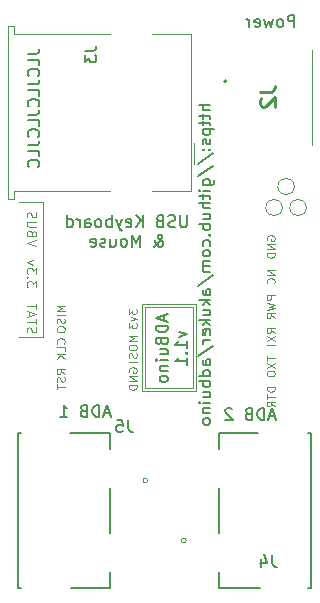
<source format=gbr>
%TF.GenerationSoftware,KiCad,Pcbnew,(5.1.9-16-g1737927814)-1*%
%TF.CreationDate,2021-10-10T21:13:45-05:00*%
%TF.ProjectId,adbuino,61646275-696e-46f2-9e6b-696361645f70,rev?*%
%TF.SameCoordinates,Original*%
%TF.FileFunction,Legend,Bot*%
%TF.FilePolarity,Positive*%
%FSLAX46Y46*%
G04 Gerber Fmt 4.6, Leading zero omitted, Abs format (unit mm)*
G04 Created by KiCad (PCBNEW (5.1.9-16-g1737927814)-1) date 2021-10-10 21:13:45*
%MOMM*%
%LPD*%
G01*
G04 APERTURE LIST*
%ADD10C,0.150000*%
%ADD11C,0.120000*%
%ADD12C,0.100000*%
%ADD13C,0.200000*%
%ADD14C,0.127000*%
%ADD15C,0.254000*%
G04 APERTURE END LIST*
D10*
X25868380Y-28654952D02*
X26582666Y-28654952D01*
X26725523Y-28607333D01*
X26820761Y-28512095D01*
X26868380Y-28369238D01*
X26868380Y-28274000D01*
X26868380Y-29607333D02*
X26868380Y-29131142D01*
X25868380Y-29131142D01*
X26773142Y-30512095D02*
X26820761Y-30464476D01*
X26868380Y-30321619D01*
X26868380Y-30226380D01*
X26820761Y-30083523D01*
X26725523Y-29988285D01*
X26630285Y-29940666D01*
X26439809Y-29893047D01*
X26296952Y-29893047D01*
X26106476Y-29940666D01*
X26011238Y-29988285D01*
X25916000Y-30083523D01*
X25868380Y-30226380D01*
X25868380Y-30321619D01*
X25916000Y-30464476D01*
X25963619Y-30512095D01*
X25868380Y-31226380D02*
X26582666Y-31226380D01*
X26725523Y-31178761D01*
X26820761Y-31083523D01*
X26868380Y-30940666D01*
X26868380Y-30845428D01*
X26868380Y-32178761D02*
X26868380Y-31702571D01*
X25868380Y-31702571D01*
X26773142Y-33083523D02*
X26820761Y-33035904D01*
X26868380Y-32893047D01*
X26868380Y-32797809D01*
X26820761Y-32654952D01*
X26725523Y-32559714D01*
X26630285Y-32512095D01*
X26439809Y-32464476D01*
X26296952Y-32464476D01*
X26106476Y-32512095D01*
X26011238Y-32559714D01*
X25916000Y-32654952D01*
X25868380Y-32797809D01*
X25868380Y-32893047D01*
X25916000Y-33035904D01*
X25963619Y-33083523D01*
X25868380Y-33797809D02*
X26582666Y-33797809D01*
X26725523Y-33750190D01*
X26820761Y-33654952D01*
X26868380Y-33512095D01*
X26868380Y-33416857D01*
X26868380Y-34750190D02*
X26868380Y-34274000D01*
X25868380Y-34274000D01*
X26773142Y-35654952D02*
X26820761Y-35607333D01*
X26868380Y-35464476D01*
X26868380Y-35369238D01*
X26820761Y-35226380D01*
X26725523Y-35131142D01*
X26630285Y-35083523D01*
X26439809Y-35035904D01*
X26296952Y-35035904D01*
X26106476Y-35083523D01*
X26011238Y-35131142D01*
X25916000Y-35226380D01*
X25868380Y-35369238D01*
X25868380Y-35464476D01*
X25916000Y-35607333D01*
X25963619Y-35654952D01*
X25868380Y-36369238D02*
X26582666Y-36369238D01*
X26725523Y-36321619D01*
X26820761Y-36226380D01*
X26868380Y-36083523D01*
X26868380Y-35988285D01*
X26868380Y-37321619D02*
X26868380Y-36845428D01*
X25868380Y-36845428D01*
X26773142Y-38226380D02*
X26820761Y-38178761D01*
X26868380Y-38035904D01*
X26868380Y-37940666D01*
X26820761Y-37797809D01*
X26725523Y-37702571D01*
X26630285Y-37654952D01*
X26439809Y-37607333D01*
X26296952Y-37607333D01*
X26106476Y-37654952D01*
X26011238Y-37702571D01*
X25916000Y-37797809D01*
X25868380Y-37940666D01*
X25868380Y-38035904D01*
X25916000Y-38178761D01*
X25963619Y-38226380D01*
D11*
X27178000Y-41148000D02*
X25146000Y-41148000D01*
X27178000Y-52578000D02*
X27178000Y-41148000D01*
X25146000Y-52578000D02*
X27178000Y-52578000D01*
D12*
X29018666Y-49954000D02*
X28318666Y-49954000D01*
X28818666Y-50187333D01*
X28318666Y-50420666D01*
X29018666Y-50420666D01*
X29018666Y-50754000D02*
X28318666Y-50754000D01*
X28985333Y-51054000D02*
X29018666Y-51154000D01*
X29018666Y-51320666D01*
X28985333Y-51387333D01*
X28952000Y-51420666D01*
X28885333Y-51454000D01*
X28818666Y-51454000D01*
X28752000Y-51420666D01*
X28718666Y-51387333D01*
X28685333Y-51320666D01*
X28652000Y-51187333D01*
X28618666Y-51120666D01*
X28585333Y-51087333D01*
X28518666Y-51054000D01*
X28452000Y-51054000D01*
X28385333Y-51087333D01*
X28352000Y-51120666D01*
X28318666Y-51187333D01*
X28318666Y-51354000D01*
X28352000Y-51454000D01*
X28318666Y-51887333D02*
X28318666Y-52020666D01*
X28352000Y-52087333D01*
X28418666Y-52154000D01*
X28552000Y-52187333D01*
X28785333Y-52187333D01*
X28918666Y-52154000D01*
X28985333Y-52087333D01*
X29018666Y-52020666D01*
X29018666Y-51887333D01*
X28985333Y-51820666D01*
X28918666Y-51754000D01*
X28785333Y-51720666D01*
X28552000Y-51720666D01*
X28418666Y-51754000D01*
X28352000Y-51820666D01*
X28318666Y-51887333D01*
X29018666Y-55750666D02*
X28685333Y-55517333D01*
X29018666Y-55350666D02*
X28318666Y-55350666D01*
X28318666Y-55617333D01*
X28352000Y-55684000D01*
X28385333Y-55717333D01*
X28452000Y-55750666D01*
X28552000Y-55750666D01*
X28618666Y-55717333D01*
X28652000Y-55684000D01*
X28685333Y-55617333D01*
X28685333Y-55350666D01*
X28985333Y-56017333D02*
X29018666Y-56117333D01*
X29018666Y-56284000D01*
X28985333Y-56350666D01*
X28952000Y-56384000D01*
X28885333Y-56417333D01*
X28818666Y-56417333D01*
X28752000Y-56384000D01*
X28718666Y-56350666D01*
X28685333Y-56284000D01*
X28652000Y-56150666D01*
X28618666Y-56084000D01*
X28585333Y-56050666D01*
X28518666Y-56017333D01*
X28452000Y-56017333D01*
X28385333Y-56050666D01*
X28352000Y-56084000D01*
X28318666Y-56150666D01*
X28318666Y-56317333D01*
X28352000Y-56417333D01*
X28318666Y-56617333D02*
X28318666Y-57017333D01*
X29018666Y-56817333D02*
X28318666Y-56817333D01*
X35114666Y-52494000D02*
X34414666Y-52494000D01*
X34914666Y-52727333D01*
X34414666Y-52960666D01*
X35114666Y-52960666D01*
X34414666Y-53427333D02*
X34414666Y-53560666D01*
X34448000Y-53627333D01*
X34514666Y-53694000D01*
X34648000Y-53727333D01*
X34881333Y-53727333D01*
X35014666Y-53694000D01*
X35081333Y-53627333D01*
X35114666Y-53560666D01*
X35114666Y-53427333D01*
X35081333Y-53360666D01*
X35014666Y-53294000D01*
X34881333Y-53260666D01*
X34648000Y-53260666D01*
X34514666Y-53294000D01*
X34448000Y-53360666D01*
X34414666Y-53427333D01*
X35081333Y-53994000D02*
X35114666Y-54094000D01*
X35114666Y-54260666D01*
X35081333Y-54327333D01*
X35048000Y-54360666D01*
X34981333Y-54394000D01*
X34914666Y-54394000D01*
X34848000Y-54360666D01*
X34814666Y-54327333D01*
X34781333Y-54260666D01*
X34748000Y-54127333D01*
X34714666Y-54060666D01*
X34681333Y-54027333D01*
X34614666Y-53994000D01*
X34548000Y-53994000D01*
X34481333Y-54027333D01*
X34448000Y-54060666D01*
X34414666Y-54127333D01*
X34414666Y-54294000D01*
X34448000Y-54394000D01*
X35114666Y-54694000D02*
X34414666Y-54694000D01*
X34414666Y-50220666D02*
X34414666Y-50654000D01*
X34681333Y-50420666D01*
X34681333Y-50520666D01*
X34714666Y-50587333D01*
X34748000Y-50620666D01*
X34814666Y-50654000D01*
X34981333Y-50654000D01*
X35048000Y-50620666D01*
X35081333Y-50587333D01*
X35114666Y-50520666D01*
X35114666Y-50320666D01*
X35081333Y-50254000D01*
X35048000Y-50220666D01*
X34648000Y-50887333D02*
X35114666Y-51054000D01*
X34648000Y-51220666D01*
X34414666Y-51420666D02*
X34414666Y-51854000D01*
X34681333Y-51620666D01*
X34681333Y-51720666D01*
X34714666Y-51787333D01*
X34748000Y-51820666D01*
X34814666Y-51854000D01*
X34981333Y-51854000D01*
X35048000Y-51820666D01*
X35081333Y-51787333D01*
X35114666Y-51720666D01*
X35114666Y-51520666D01*
X35081333Y-51454000D01*
X35048000Y-51420666D01*
X34448000Y-55600666D02*
X34414666Y-55534000D01*
X34414666Y-55434000D01*
X34448000Y-55334000D01*
X34514666Y-55267333D01*
X34581333Y-55234000D01*
X34714666Y-55200666D01*
X34814666Y-55200666D01*
X34948000Y-55234000D01*
X35014666Y-55267333D01*
X35081333Y-55334000D01*
X35114666Y-55434000D01*
X35114666Y-55500666D01*
X35081333Y-55600666D01*
X35048000Y-55634000D01*
X34814666Y-55634000D01*
X34814666Y-55500666D01*
X35114666Y-55934000D02*
X34414666Y-55934000D01*
X35114666Y-56334000D01*
X34414666Y-56334000D01*
X35114666Y-56667333D02*
X34414666Y-56667333D01*
X34414666Y-56834000D01*
X34448000Y-56934000D01*
X34514666Y-57000666D01*
X34581333Y-57034000D01*
X34714666Y-57067333D01*
X34814666Y-57067333D01*
X34948000Y-57034000D01*
X35014666Y-57000666D01*
X35081333Y-56934000D01*
X35114666Y-56834000D01*
X35114666Y-56667333D01*
X28952000Y-53177333D02*
X28985333Y-53144000D01*
X29018666Y-53044000D01*
X29018666Y-52977333D01*
X28985333Y-52877333D01*
X28918666Y-52810666D01*
X28852000Y-52777333D01*
X28718666Y-52744000D01*
X28618666Y-52744000D01*
X28485333Y-52777333D01*
X28418666Y-52810666D01*
X28352000Y-52877333D01*
X28318666Y-52977333D01*
X28318666Y-53044000D01*
X28352000Y-53144000D01*
X28385333Y-53177333D01*
X29018666Y-53810666D02*
X29018666Y-53477333D01*
X28318666Y-53477333D01*
X29018666Y-54044000D02*
X28318666Y-54044000D01*
X29018666Y-54444000D02*
X28618666Y-54144000D01*
X28318666Y-54444000D02*
X28718666Y-54044000D01*
D10*
X37441666Y-50760666D02*
X37441666Y-51236857D01*
X37727380Y-50665428D02*
X36727380Y-50998761D01*
X37727380Y-51332095D01*
X37727380Y-51665428D02*
X36727380Y-51665428D01*
X36727380Y-51903523D01*
X36775000Y-52046380D01*
X36870238Y-52141619D01*
X36965476Y-52189238D01*
X37155952Y-52236857D01*
X37298809Y-52236857D01*
X37489285Y-52189238D01*
X37584523Y-52141619D01*
X37679761Y-52046380D01*
X37727380Y-51903523D01*
X37727380Y-51665428D01*
X37203571Y-52998761D02*
X37251190Y-53141619D01*
X37298809Y-53189238D01*
X37394047Y-53236857D01*
X37536904Y-53236857D01*
X37632142Y-53189238D01*
X37679761Y-53141619D01*
X37727380Y-53046380D01*
X37727380Y-52665428D01*
X36727380Y-52665428D01*
X36727380Y-52998761D01*
X36775000Y-53094000D01*
X36822619Y-53141619D01*
X36917857Y-53189238D01*
X37013095Y-53189238D01*
X37108333Y-53141619D01*
X37155952Y-53094000D01*
X37203571Y-52998761D01*
X37203571Y-52665428D01*
X37060714Y-54094000D02*
X37727380Y-54094000D01*
X37060714Y-53665428D02*
X37584523Y-53665428D01*
X37679761Y-53713047D01*
X37727380Y-53808285D01*
X37727380Y-53951142D01*
X37679761Y-54046380D01*
X37632142Y-54094000D01*
X37727380Y-54570190D02*
X37060714Y-54570190D01*
X36727380Y-54570190D02*
X36775000Y-54522571D01*
X36822619Y-54570190D01*
X36775000Y-54617809D01*
X36727380Y-54570190D01*
X36822619Y-54570190D01*
X37060714Y-55046380D02*
X37727380Y-55046380D01*
X37155952Y-55046380D02*
X37108333Y-55094000D01*
X37060714Y-55189238D01*
X37060714Y-55332095D01*
X37108333Y-55427333D01*
X37203571Y-55474952D01*
X37727380Y-55474952D01*
X37727380Y-56094000D02*
X37679761Y-55998761D01*
X37632142Y-55951142D01*
X37536904Y-55903523D01*
X37251190Y-55903523D01*
X37155952Y-55951142D01*
X37108333Y-55998761D01*
X37060714Y-56094000D01*
X37060714Y-56236857D01*
X37108333Y-56332095D01*
X37155952Y-56379714D01*
X37251190Y-56427333D01*
X37536904Y-56427333D01*
X37632142Y-56379714D01*
X37679761Y-56332095D01*
X37727380Y-56236857D01*
X37727380Y-56094000D01*
X38710714Y-52165428D02*
X39377380Y-52403523D01*
X38710714Y-52641619D01*
X39377380Y-53546380D02*
X39377380Y-52974952D01*
X39377380Y-53260666D02*
X38377380Y-53260666D01*
X38520238Y-53165428D01*
X38615476Y-53070190D01*
X38663095Y-52974952D01*
X39282142Y-53974952D02*
X39329761Y-54022571D01*
X39377380Y-53974952D01*
X39329761Y-53927333D01*
X39282142Y-53974952D01*
X39377380Y-53974952D01*
X39377380Y-54974952D02*
X39377380Y-54403523D01*
X39377380Y-54689238D02*
X38377380Y-54689238D01*
X38520238Y-54594000D01*
X38615476Y-54498761D01*
X38663095Y-54403523D01*
D11*
X39878000Y-56896000D02*
X39878000Y-50038000D01*
X35814000Y-50038000D02*
X35814000Y-56896000D01*
X35814000Y-56896000D02*
X36068000Y-56896000D01*
X40132000Y-57150000D02*
X35560000Y-57150000D01*
X35560000Y-57150000D02*
X35560000Y-49784000D01*
X39878000Y-50038000D02*
X35814000Y-50038000D01*
X40132000Y-49784000D02*
X40132000Y-57150000D01*
X36068000Y-56896000D02*
X39878000Y-56896000D01*
X35560000Y-49784000D02*
X40132000Y-49784000D01*
D12*
X46798666Y-56858000D02*
X46098666Y-56858000D01*
X46098666Y-57024666D01*
X46132000Y-57124666D01*
X46198666Y-57191333D01*
X46265333Y-57224666D01*
X46398666Y-57258000D01*
X46498666Y-57258000D01*
X46632000Y-57224666D01*
X46698666Y-57191333D01*
X46765333Y-57124666D01*
X46798666Y-57024666D01*
X46798666Y-56858000D01*
X46098666Y-57458000D02*
X46098666Y-57858000D01*
X46798666Y-57658000D02*
X46098666Y-57658000D01*
X46798666Y-58491333D02*
X46465333Y-58258000D01*
X46798666Y-58091333D02*
X46098666Y-58091333D01*
X46098666Y-58358000D01*
X46132000Y-58424666D01*
X46165333Y-58458000D01*
X46232000Y-58491333D01*
X46332000Y-58491333D01*
X46398666Y-58458000D01*
X46432000Y-58424666D01*
X46465333Y-58358000D01*
X46465333Y-58091333D01*
X46798666Y-49104666D02*
X46098666Y-49104666D01*
X46098666Y-49371333D01*
X46132000Y-49438000D01*
X46165333Y-49471333D01*
X46232000Y-49504666D01*
X46332000Y-49504666D01*
X46398666Y-49471333D01*
X46432000Y-49438000D01*
X46465333Y-49371333D01*
X46465333Y-49104666D01*
X46098666Y-49738000D02*
X46798666Y-49904666D01*
X46298666Y-50038000D01*
X46798666Y-50171333D01*
X46098666Y-50338000D01*
X46798666Y-51004666D02*
X46465333Y-50771333D01*
X46798666Y-50604666D02*
X46098666Y-50604666D01*
X46098666Y-50871333D01*
X46132000Y-50938000D01*
X46165333Y-50971333D01*
X46232000Y-51004666D01*
X46332000Y-51004666D01*
X46398666Y-50971333D01*
X46432000Y-50938000D01*
X46465333Y-50871333D01*
X46465333Y-50604666D01*
X46132000Y-44424666D02*
X46098666Y-44358000D01*
X46098666Y-44258000D01*
X46132000Y-44158000D01*
X46198666Y-44091333D01*
X46265333Y-44058000D01*
X46398666Y-44024666D01*
X46498666Y-44024666D01*
X46632000Y-44058000D01*
X46698666Y-44091333D01*
X46765333Y-44158000D01*
X46798666Y-44258000D01*
X46798666Y-44324666D01*
X46765333Y-44424666D01*
X46732000Y-44458000D01*
X46498666Y-44458000D01*
X46498666Y-44324666D01*
X46798666Y-44758000D02*
X46098666Y-44758000D01*
X46798666Y-45158000D01*
X46098666Y-45158000D01*
X46798666Y-45491333D02*
X46098666Y-45491333D01*
X46098666Y-45658000D01*
X46132000Y-45758000D01*
X46198666Y-45824666D01*
X46265333Y-45858000D01*
X46398666Y-45891333D01*
X46498666Y-45891333D01*
X46632000Y-45858000D01*
X46698666Y-45824666D01*
X46765333Y-45758000D01*
X46798666Y-45658000D01*
X46798666Y-45491333D01*
X46798666Y-46948000D02*
X46098666Y-46948000D01*
X46798666Y-47348000D01*
X46098666Y-47348000D01*
X46732000Y-48081333D02*
X46765333Y-48048000D01*
X46798666Y-47948000D01*
X46798666Y-47881333D01*
X46765333Y-47781333D01*
X46698666Y-47714666D01*
X46632000Y-47681333D01*
X46498666Y-47648000D01*
X46398666Y-47648000D01*
X46265333Y-47681333D01*
X46198666Y-47714666D01*
X46132000Y-47781333D01*
X46098666Y-47881333D01*
X46098666Y-47948000D01*
X46132000Y-48048000D01*
X46165333Y-48081333D01*
X46798666Y-52294666D02*
X46465333Y-52061333D01*
X46798666Y-51894666D02*
X46098666Y-51894666D01*
X46098666Y-52161333D01*
X46132000Y-52228000D01*
X46165333Y-52261333D01*
X46232000Y-52294666D01*
X46332000Y-52294666D01*
X46398666Y-52261333D01*
X46432000Y-52228000D01*
X46465333Y-52161333D01*
X46465333Y-51894666D01*
X46098666Y-52528000D02*
X46798666Y-52994666D01*
X46098666Y-52994666D02*
X46798666Y-52528000D01*
X46798666Y-53261333D02*
X46098666Y-53261333D01*
X46098666Y-54218000D02*
X46098666Y-54618000D01*
X46798666Y-54418000D02*
X46098666Y-54418000D01*
X46098666Y-54784666D02*
X46798666Y-55251333D01*
X46098666Y-55251333D02*
X46798666Y-54784666D01*
X46098666Y-55651333D02*
X46098666Y-55784666D01*
X46132000Y-55851333D01*
X46198666Y-55918000D01*
X46332000Y-55951333D01*
X46565333Y-55951333D01*
X46698666Y-55918000D01*
X46765333Y-55851333D01*
X46798666Y-55784666D01*
X46798666Y-55651333D01*
X46765333Y-55584666D01*
X46698666Y-55518000D01*
X46565333Y-55484666D01*
X46332000Y-55484666D01*
X46198666Y-55518000D01*
X46132000Y-55584666D01*
X46098666Y-55651333D01*
D10*
X46799238Y-59348666D02*
X46323047Y-59348666D01*
X46894476Y-59634380D02*
X46561142Y-58634380D01*
X46227809Y-59634380D01*
X45894476Y-59634380D02*
X45894476Y-58634380D01*
X45656380Y-58634380D01*
X45513523Y-58682000D01*
X45418285Y-58777238D01*
X45370666Y-58872476D01*
X45323047Y-59062952D01*
X45323047Y-59205809D01*
X45370666Y-59396285D01*
X45418285Y-59491523D01*
X45513523Y-59586761D01*
X45656380Y-59634380D01*
X45894476Y-59634380D01*
X44561142Y-59110571D02*
X44418285Y-59158190D01*
X44370666Y-59205809D01*
X44323047Y-59301047D01*
X44323047Y-59443904D01*
X44370666Y-59539142D01*
X44418285Y-59586761D01*
X44513523Y-59634380D01*
X44894476Y-59634380D01*
X44894476Y-58634380D01*
X44561142Y-58634380D01*
X44465904Y-58682000D01*
X44418285Y-58729619D01*
X44370666Y-58824857D01*
X44370666Y-58920095D01*
X44418285Y-59015333D01*
X44465904Y-59062952D01*
X44561142Y-59110571D01*
X44894476Y-59110571D01*
X43180190Y-58729619D02*
X43132571Y-58682000D01*
X43037333Y-58634380D01*
X42799238Y-58634380D01*
X42704000Y-58682000D01*
X42656380Y-58729619D01*
X42608761Y-58824857D01*
X42608761Y-58920095D01*
X42656380Y-59062952D01*
X43227809Y-59634380D01*
X42608761Y-59634380D01*
X32829238Y-59094666D02*
X32353047Y-59094666D01*
X32924476Y-59380380D02*
X32591142Y-58380380D01*
X32257809Y-59380380D01*
X31924476Y-59380380D02*
X31924476Y-58380380D01*
X31686380Y-58380380D01*
X31543523Y-58428000D01*
X31448285Y-58523238D01*
X31400666Y-58618476D01*
X31353047Y-58808952D01*
X31353047Y-58951809D01*
X31400666Y-59142285D01*
X31448285Y-59237523D01*
X31543523Y-59332761D01*
X31686380Y-59380380D01*
X31924476Y-59380380D01*
X30591142Y-58856571D02*
X30448285Y-58904190D01*
X30400666Y-58951809D01*
X30353047Y-59047047D01*
X30353047Y-59189904D01*
X30400666Y-59285142D01*
X30448285Y-59332761D01*
X30543523Y-59380380D01*
X30924476Y-59380380D01*
X30924476Y-58380380D01*
X30591142Y-58380380D01*
X30495904Y-58428000D01*
X30448285Y-58475619D01*
X30400666Y-58570857D01*
X30400666Y-58666095D01*
X30448285Y-58761333D01*
X30495904Y-58808952D01*
X30591142Y-58856571D01*
X30924476Y-58856571D01*
X28638761Y-59380380D02*
X29210190Y-59380380D01*
X28924476Y-59380380D02*
X28924476Y-58380380D01*
X29019714Y-58523238D01*
X29114952Y-58618476D01*
X29210190Y-58666095D01*
X48458190Y-26360380D02*
X48458190Y-25360380D01*
X48077238Y-25360380D01*
X47982000Y-25408000D01*
X47934380Y-25455619D01*
X47886761Y-25550857D01*
X47886761Y-25693714D01*
X47934380Y-25788952D01*
X47982000Y-25836571D01*
X48077238Y-25884190D01*
X48458190Y-25884190D01*
X47315333Y-26360380D02*
X47410571Y-26312761D01*
X47458190Y-26265142D01*
X47505809Y-26169904D01*
X47505809Y-25884190D01*
X47458190Y-25788952D01*
X47410571Y-25741333D01*
X47315333Y-25693714D01*
X47172476Y-25693714D01*
X47077238Y-25741333D01*
X47029619Y-25788952D01*
X46982000Y-25884190D01*
X46982000Y-26169904D01*
X47029619Y-26265142D01*
X47077238Y-26312761D01*
X47172476Y-26360380D01*
X47315333Y-26360380D01*
X46648666Y-25693714D02*
X46458190Y-26360380D01*
X46267714Y-25884190D01*
X46077238Y-26360380D01*
X45886761Y-25693714D01*
X45124857Y-26312761D02*
X45220095Y-26360380D01*
X45410571Y-26360380D01*
X45505809Y-26312761D01*
X45553428Y-26217523D01*
X45553428Y-25836571D01*
X45505809Y-25741333D01*
X45410571Y-25693714D01*
X45220095Y-25693714D01*
X45124857Y-25741333D01*
X45077238Y-25836571D01*
X45077238Y-25931809D01*
X45553428Y-26027047D01*
X44648666Y-26360380D02*
X44648666Y-25693714D01*
X44648666Y-25884190D02*
X44601047Y-25788952D01*
X44553428Y-25741333D01*
X44458190Y-25693714D01*
X44362952Y-25693714D01*
X39361428Y-42315380D02*
X39361428Y-43124904D01*
X39313809Y-43220142D01*
X39266190Y-43267761D01*
X39170952Y-43315380D01*
X38980476Y-43315380D01*
X38885238Y-43267761D01*
X38837619Y-43220142D01*
X38790000Y-43124904D01*
X38790000Y-42315380D01*
X38361428Y-43267761D02*
X38218571Y-43315380D01*
X37980476Y-43315380D01*
X37885238Y-43267761D01*
X37837619Y-43220142D01*
X37790000Y-43124904D01*
X37790000Y-43029666D01*
X37837619Y-42934428D01*
X37885238Y-42886809D01*
X37980476Y-42839190D01*
X38170952Y-42791571D01*
X38266190Y-42743952D01*
X38313809Y-42696333D01*
X38361428Y-42601095D01*
X38361428Y-42505857D01*
X38313809Y-42410619D01*
X38266190Y-42363000D01*
X38170952Y-42315380D01*
X37932857Y-42315380D01*
X37790000Y-42363000D01*
X37028095Y-42791571D02*
X36885238Y-42839190D01*
X36837619Y-42886809D01*
X36790000Y-42982047D01*
X36790000Y-43124904D01*
X36837619Y-43220142D01*
X36885238Y-43267761D01*
X36980476Y-43315380D01*
X37361428Y-43315380D01*
X37361428Y-42315380D01*
X37028095Y-42315380D01*
X36932857Y-42363000D01*
X36885238Y-42410619D01*
X36837619Y-42505857D01*
X36837619Y-42601095D01*
X36885238Y-42696333D01*
X36932857Y-42743952D01*
X37028095Y-42791571D01*
X37361428Y-42791571D01*
X35599523Y-43315380D02*
X35599523Y-42315380D01*
X35028095Y-43315380D02*
X35456666Y-42743952D01*
X35028095Y-42315380D02*
X35599523Y-42886809D01*
X34218571Y-43267761D02*
X34313809Y-43315380D01*
X34504285Y-43315380D01*
X34599523Y-43267761D01*
X34647142Y-43172523D01*
X34647142Y-42791571D01*
X34599523Y-42696333D01*
X34504285Y-42648714D01*
X34313809Y-42648714D01*
X34218571Y-42696333D01*
X34170952Y-42791571D01*
X34170952Y-42886809D01*
X34647142Y-42982047D01*
X33837619Y-42648714D02*
X33599523Y-43315380D01*
X33361428Y-42648714D02*
X33599523Y-43315380D01*
X33694761Y-43553476D01*
X33742380Y-43601095D01*
X33837619Y-43648714D01*
X32980476Y-43315380D02*
X32980476Y-42315380D01*
X32980476Y-42696333D02*
X32885238Y-42648714D01*
X32694761Y-42648714D01*
X32599523Y-42696333D01*
X32551904Y-42743952D01*
X32504285Y-42839190D01*
X32504285Y-43124904D01*
X32551904Y-43220142D01*
X32599523Y-43267761D01*
X32694761Y-43315380D01*
X32885238Y-43315380D01*
X32980476Y-43267761D01*
X31932857Y-43315380D02*
X32028095Y-43267761D01*
X32075714Y-43220142D01*
X32123333Y-43124904D01*
X32123333Y-42839190D01*
X32075714Y-42743952D01*
X32028095Y-42696333D01*
X31932857Y-42648714D01*
X31790000Y-42648714D01*
X31694761Y-42696333D01*
X31647142Y-42743952D01*
X31599523Y-42839190D01*
X31599523Y-43124904D01*
X31647142Y-43220142D01*
X31694761Y-43267761D01*
X31790000Y-43315380D01*
X31932857Y-43315380D01*
X30742380Y-43315380D02*
X30742380Y-42791571D01*
X30790000Y-42696333D01*
X30885238Y-42648714D01*
X31075714Y-42648714D01*
X31170952Y-42696333D01*
X30742380Y-43267761D02*
X30837619Y-43315380D01*
X31075714Y-43315380D01*
X31170952Y-43267761D01*
X31218571Y-43172523D01*
X31218571Y-43077285D01*
X31170952Y-42982047D01*
X31075714Y-42934428D01*
X30837619Y-42934428D01*
X30742380Y-42886809D01*
X30266190Y-43315380D02*
X30266190Y-42648714D01*
X30266190Y-42839190D02*
X30218571Y-42743952D01*
X30170952Y-42696333D01*
X30075714Y-42648714D01*
X29980476Y-42648714D01*
X29218571Y-43315380D02*
X29218571Y-42315380D01*
X29218571Y-43267761D02*
X29313809Y-43315380D01*
X29504285Y-43315380D01*
X29599523Y-43267761D01*
X29647142Y-43220142D01*
X29694761Y-43124904D01*
X29694761Y-42839190D01*
X29647142Y-42743952D01*
X29599523Y-42696333D01*
X29504285Y-42648714D01*
X29313809Y-42648714D01*
X29218571Y-42696333D01*
X36551904Y-44965380D02*
X36599523Y-44965380D01*
X36694761Y-44917761D01*
X36837619Y-44774904D01*
X37075714Y-44489190D01*
X37170952Y-44346333D01*
X37218571Y-44203476D01*
X37218571Y-44108238D01*
X37170952Y-44013000D01*
X37075714Y-43965380D01*
X37028095Y-43965380D01*
X36932857Y-44013000D01*
X36885238Y-44108238D01*
X36885238Y-44155857D01*
X36932857Y-44251095D01*
X36980476Y-44298714D01*
X37266190Y-44489190D01*
X37313809Y-44536809D01*
X37361428Y-44632047D01*
X37361428Y-44774904D01*
X37313809Y-44870142D01*
X37266190Y-44917761D01*
X37170952Y-44965380D01*
X37028095Y-44965380D01*
X36932857Y-44917761D01*
X36885238Y-44870142D01*
X36742380Y-44679666D01*
X36694761Y-44536809D01*
X36694761Y-44441571D01*
X35361428Y-44965380D02*
X35361428Y-43965380D01*
X35028095Y-44679666D01*
X34694761Y-43965380D01*
X34694761Y-44965380D01*
X34075714Y-44965380D02*
X34170952Y-44917761D01*
X34218571Y-44870142D01*
X34266190Y-44774904D01*
X34266190Y-44489190D01*
X34218571Y-44393952D01*
X34170952Y-44346333D01*
X34075714Y-44298714D01*
X33932857Y-44298714D01*
X33837619Y-44346333D01*
X33790000Y-44393952D01*
X33742380Y-44489190D01*
X33742380Y-44774904D01*
X33790000Y-44870142D01*
X33837619Y-44917761D01*
X33932857Y-44965380D01*
X34075714Y-44965380D01*
X32885238Y-44298714D02*
X32885238Y-44965380D01*
X33313809Y-44298714D02*
X33313809Y-44822523D01*
X33266190Y-44917761D01*
X33170952Y-44965380D01*
X33028095Y-44965380D01*
X32932857Y-44917761D01*
X32885238Y-44870142D01*
X32456666Y-44917761D02*
X32361428Y-44965380D01*
X32170952Y-44965380D01*
X32075714Y-44917761D01*
X32028095Y-44822523D01*
X32028095Y-44774904D01*
X32075714Y-44679666D01*
X32170952Y-44632047D01*
X32313809Y-44632047D01*
X32409047Y-44584428D01*
X32456666Y-44489190D01*
X32456666Y-44441571D01*
X32409047Y-44346333D01*
X32313809Y-44298714D01*
X32170952Y-44298714D01*
X32075714Y-44346333D01*
X31218571Y-44917761D02*
X31313809Y-44965380D01*
X31504285Y-44965380D01*
X31599523Y-44917761D01*
X31647142Y-44822523D01*
X31647142Y-44441571D01*
X31599523Y-44346333D01*
X31504285Y-44298714D01*
X31313809Y-44298714D01*
X31218571Y-44346333D01*
X31170952Y-44441571D01*
X31170952Y-44536809D01*
X31647142Y-44632047D01*
D12*
X25838190Y-52234952D02*
X25800095Y-52120666D01*
X25800095Y-51930190D01*
X25838190Y-51854000D01*
X25876285Y-51815904D01*
X25952476Y-51777809D01*
X26028666Y-51777809D01*
X26104857Y-51815904D01*
X26142952Y-51854000D01*
X26181047Y-51930190D01*
X26219142Y-52082571D01*
X26257238Y-52158761D01*
X26295333Y-52196857D01*
X26371523Y-52234952D01*
X26447714Y-52234952D01*
X26523904Y-52196857D01*
X26562000Y-52158761D01*
X26600095Y-52082571D01*
X26600095Y-51892095D01*
X26562000Y-51777809D01*
X26600095Y-51549238D02*
X26600095Y-51092095D01*
X25800095Y-51320666D02*
X26600095Y-51320666D01*
X26028666Y-50863523D02*
X26028666Y-50482571D01*
X25800095Y-50939714D02*
X26600095Y-50673047D01*
X25800095Y-50406380D01*
X26600095Y-50254000D02*
X26600095Y-49796857D01*
X25800095Y-50025428D02*
X26600095Y-50025428D01*
X26600095Y-48386857D02*
X26600095Y-47891619D01*
X26295333Y-48158285D01*
X26295333Y-48044000D01*
X26257238Y-47967809D01*
X26219142Y-47929714D01*
X26142952Y-47891619D01*
X25952476Y-47891619D01*
X25876285Y-47929714D01*
X25838190Y-47967809D01*
X25800095Y-48044000D01*
X25800095Y-48272571D01*
X25838190Y-48348761D01*
X25876285Y-48386857D01*
X25876285Y-47548761D02*
X25838190Y-47510666D01*
X25800095Y-47548761D01*
X25838190Y-47586857D01*
X25876285Y-47548761D01*
X25800095Y-47548761D01*
X26600095Y-47244000D02*
X26600095Y-46748761D01*
X26295333Y-47015428D01*
X26295333Y-46901142D01*
X26257238Y-46824952D01*
X26219142Y-46786857D01*
X26142952Y-46748761D01*
X25952476Y-46748761D01*
X25876285Y-46786857D01*
X25838190Y-46824952D01*
X25800095Y-46901142D01*
X25800095Y-47129714D01*
X25838190Y-47205904D01*
X25876285Y-47244000D01*
X26333428Y-46482095D02*
X25800095Y-46291619D01*
X26333428Y-46101142D01*
X26600095Y-44900666D02*
X25800095Y-44634000D01*
X26600095Y-44367333D01*
X26219142Y-43834000D02*
X26181047Y-43719714D01*
X26142952Y-43681619D01*
X26066761Y-43643523D01*
X25952476Y-43643523D01*
X25876285Y-43681619D01*
X25838190Y-43719714D01*
X25800095Y-43795904D01*
X25800095Y-44100666D01*
X26600095Y-44100666D01*
X26600095Y-43834000D01*
X26562000Y-43757809D01*
X26523904Y-43719714D01*
X26447714Y-43681619D01*
X26371523Y-43681619D01*
X26295333Y-43719714D01*
X26257238Y-43757809D01*
X26219142Y-43834000D01*
X26219142Y-44100666D01*
X26600095Y-43300666D02*
X25952476Y-43300666D01*
X25876285Y-43262571D01*
X25838190Y-43224476D01*
X25800095Y-43148285D01*
X25800095Y-42995904D01*
X25838190Y-42919714D01*
X25876285Y-42881619D01*
X25952476Y-42843523D01*
X26600095Y-42843523D01*
X25838190Y-42500666D02*
X25800095Y-42386380D01*
X25800095Y-42195904D01*
X25838190Y-42119714D01*
X25876285Y-42081619D01*
X25952476Y-42043523D01*
X26028666Y-42043523D01*
X26104857Y-42081619D01*
X26142952Y-42119714D01*
X26181047Y-42195904D01*
X26219142Y-42348285D01*
X26257238Y-42424476D01*
X26295333Y-42462571D01*
X26371523Y-42500666D01*
X26447714Y-42500666D01*
X26523904Y-42462571D01*
X26562000Y-42424476D01*
X26600095Y-42348285D01*
X26600095Y-42157809D01*
X26562000Y-42043523D01*
D10*
X41346380Y-32982000D02*
X40346380Y-32982000D01*
X41346380Y-33410571D02*
X40822571Y-33410571D01*
X40727333Y-33362952D01*
X40679714Y-33267714D01*
X40679714Y-33124857D01*
X40727333Y-33029619D01*
X40774952Y-32982000D01*
X40679714Y-33743904D02*
X40679714Y-34124857D01*
X40346380Y-33886761D02*
X41203523Y-33886761D01*
X41298761Y-33934380D01*
X41346380Y-34029619D01*
X41346380Y-34124857D01*
X40679714Y-34315333D02*
X40679714Y-34696285D01*
X40346380Y-34458190D02*
X41203523Y-34458190D01*
X41298761Y-34505809D01*
X41346380Y-34601047D01*
X41346380Y-34696285D01*
X40679714Y-35029619D02*
X41679714Y-35029619D01*
X40727333Y-35029619D02*
X40679714Y-35124857D01*
X40679714Y-35315333D01*
X40727333Y-35410571D01*
X40774952Y-35458190D01*
X40870190Y-35505809D01*
X41155904Y-35505809D01*
X41251142Y-35458190D01*
X41298761Y-35410571D01*
X41346380Y-35315333D01*
X41346380Y-35124857D01*
X41298761Y-35029619D01*
X41298761Y-35886761D02*
X41346380Y-35981999D01*
X41346380Y-36172476D01*
X41298761Y-36267714D01*
X41203523Y-36315333D01*
X41155904Y-36315333D01*
X41060666Y-36267714D01*
X41013047Y-36172476D01*
X41013047Y-36029619D01*
X40965428Y-35934380D01*
X40870190Y-35886761D01*
X40822571Y-35886761D01*
X40727333Y-35934380D01*
X40679714Y-36029619D01*
X40679714Y-36172476D01*
X40727333Y-36267714D01*
X41251142Y-36743904D02*
X41298761Y-36791523D01*
X41346380Y-36743904D01*
X41298761Y-36696285D01*
X41251142Y-36743904D01*
X41346380Y-36743904D01*
X40727333Y-36743904D02*
X40774952Y-36791523D01*
X40822571Y-36743904D01*
X40774952Y-36696285D01*
X40727333Y-36743904D01*
X40822571Y-36743904D01*
X40298761Y-37934380D02*
X41584476Y-37077238D01*
X40298761Y-38981999D02*
X41584476Y-38124857D01*
X40679714Y-39743904D02*
X41489238Y-39743904D01*
X41584476Y-39696285D01*
X41632095Y-39648666D01*
X41679714Y-39553428D01*
X41679714Y-39410571D01*
X41632095Y-39315333D01*
X41298761Y-39743904D02*
X41346380Y-39648666D01*
X41346380Y-39458190D01*
X41298761Y-39362952D01*
X41251142Y-39315333D01*
X41155904Y-39267714D01*
X40870190Y-39267714D01*
X40774952Y-39315333D01*
X40727333Y-39362952D01*
X40679714Y-39458190D01*
X40679714Y-39648666D01*
X40727333Y-39743904D01*
X41346380Y-40220095D02*
X40679714Y-40220095D01*
X40346380Y-40220095D02*
X40394000Y-40172476D01*
X40441619Y-40220095D01*
X40394000Y-40267714D01*
X40346380Y-40220095D01*
X40441619Y-40220095D01*
X40679714Y-40553428D02*
X40679714Y-40934380D01*
X40346380Y-40696285D02*
X41203523Y-40696285D01*
X41298761Y-40743904D01*
X41346380Y-40839142D01*
X41346380Y-40934380D01*
X41346380Y-41267714D02*
X40346380Y-41267714D01*
X41346380Y-41696285D02*
X40822571Y-41696285D01*
X40727333Y-41648666D01*
X40679714Y-41553428D01*
X40679714Y-41410571D01*
X40727333Y-41315333D01*
X40774952Y-41267714D01*
X40679714Y-42601047D02*
X41346380Y-42601047D01*
X40679714Y-42172476D02*
X41203523Y-42172476D01*
X41298761Y-42220095D01*
X41346380Y-42315333D01*
X41346380Y-42458190D01*
X41298761Y-42553428D01*
X41251142Y-42601047D01*
X41346380Y-43077238D02*
X40346380Y-43077238D01*
X40727333Y-43077238D02*
X40679714Y-43172476D01*
X40679714Y-43362952D01*
X40727333Y-43458190D01*
X40774952Y-43505809D01*
X40870190Y-43553428D01*
X41155904Y-43553428D01*
X41251142Y-43505809D01*
X41298761Y-43458190D01*
X41346380Y-43362952D01*
X41346380Y-43172476D01*
X41298761Y-43077238D01*
X41251142Y-43981999D02*
X41298761Y-44029619D01*
X41346380Y-43981999D01*
X41298761Y-43934380D01*
X41251142Y-43981999D01*
X41346380Y-43981999D01*
X41298761Y-44886761D02*
X41346380Y-44791523D01*
X41346380Y-44601047D01*
X41298761Y-44505809D01*
X41251142Y-44458190D01*
X41155904Y-44410571D01*
X40870190Y-44410571D01*
X40774952Y-44458190D01*
X40727333Y-44505809D01*
X40679714Y-44601047D01*
X40679714Y-44791523D01*
X40727333Y-44886761D01*
X41346380Y-45458190D02*
X41298761Y-45362952D01*
X41251142Y-45315333D01*
X41155904Y-45267714D01*
X40870190Y-45267714D01*
X40774952Y-45315333D01*
X40727333Y-45362952D01*
X40679714Y-45458190D01*
X40679714Y-45601047D01*
X40727333Y-45696285D01*
X40774952Y-45743904D01*
X40870190Y-45791523D01*
X41155904Y-45791523D01*
X41251142Y-45743904D01*
X41298761Y-45696285D01*
X41346380Y-45601047D01*
X41346380Y-45458190D01*
X41346380Y-46220095D02*
X40679714Y-46220095D01*
X40774952Y-46220095D02*
X40727333Y-46267714D01*
X40679714Y-46362952D01*
X40679714Y-46505809D01*
X40727333Y-46601047D01*
X40822571Y-46648666D01*
X41346380Y-46648666D01*
X40822571Y-46648666D02*
X40727333Y-46696285D01*
X40679714Y-46791523D01*
X40679714Y-46934380D01*
X40727333Y-47029619D01*
X40822571Y-47077238D01*
X41346380Y-47077238D01*
X40298761Y-48267714D02*
X41584476Y-47410571D01*
X41346380Y-49029619D02*
X40822571Y-49029619D01*
X40727333Y-48981999D01*
X40679714Y-48886761D01*
X40679714Y-48696285D01*
X40727333Y-48601047D01*
X41298761Y-49029619D02*
X41346380Y-48934380D01*
X41346380Y-48696285D01*
X41298761Y-48601047D01*
X41203523Y-48553428D01*
X41108285Y-48553428D01*
X41013047Y-48601047D01*
X40965428Y-48696285D01*
X40965428Y-48934380D01*
X40917809Y-49029619D01*
X41346380Y-49505809D02*
X40346380Y-49505809D01*
X40965428Y-49601047D02*
X41346380Y-49886761D01*
X40679714Y-49886761D02*
X41060666Y-49505809D01*
X40679714Y-50743904D02*
X41346380Y-50743904D01*
X40679714Y-50315333D02*
X41203523Y-50315333D01*
X41298761Y-50362952D01*
X41346380Y-50458190D01*
X41346380Y-50601047D01*
X41298761Y-50696285D01*
X41251142Y-50743904D01*
X41346380Y-51220095D02*
X40346380Y-51220095D01*
X40965428Y-51315333D02*
X41346380Y-51601047D01*
X40679714Y-51601047D02*
X41060666Y-51220095D01*
X41298761Y-52410571D02*
X41346380Y-52315333D01*
X41346380Y-52124857D01*
X41298761Y-52029619D01*
X41203523Y-51981999D01*
X40822571Y-51981999D01*
X40727333Y-52029619D01*
X40679714Y-52124857D01*
X40679714Y-52315333D01*
X40727333Y-52410571D01*
X40822571Y-52458190D01*
X40917809Y-52458190D01*
X41013047Y-51981999D01*
X41346380Y-52886761D02*
X40679714Y-52886761D01*
X40870190Y-52886761D02*
X40774952Y-52934380D01*
X40727333Y-52981999D01*
X40679714Y-53077238D01*
X40679714Y-53172476D01*
X40298761Y-54220095D02*
X41584476Y-53362952D01*
X41346380Y-54981999D02*
X40822571Y-54981999D01*
X40727333Y-54934380D01*
X40679714Y-54839142D01*
X40679714Y-54648666D01*
X40727333Y-54553428D01*
X41298761Y-54981999D02*
X41346380Y-54886761D01*
X41346380Y-54648666D01*
X41298761Y-54553428D01*
X41203523Y-54505809D01*
X41108285Y-54505809D01*
X41013047Y-54553428D01*
X40965428Y-54648666D01*
X40965428Y-54886761D01*
X40917809Y-54981999D01*
X41346380Y-55886761D02*
X40346380Y-55886761D01*
X41298761Y-55886761D02*
X41346380Y-55791523D01*
X41346380Y-55601047D01*
X41298761Y-55505809D01*
X41251142Y-55458190D01*
X41155904Y-55410571D01*
X40870190Y-55410571D01*
X40774952Y-55458190D01*
X40727333Y-55505809D01*
X40679714Y-55601047D01*
X40679714Y-55791523D01*
X40727333Y-55886761D01*
X41346380Y-56362952D02*
X40346380Y-56362952D01*
X40727333Y-56362952D02*
X40679714Y-56458190D01*
X40679714Y-56648666D01*
X40727333Y-56743904D01*
X40774952Y-56791523D01*
X40870190Y-56839142D01*
X41155904Y-56839142D01*
X41251142Y-56791523D01*
X41298761Y-56743904D01*
X41346380Y-56648666D01*
X41346380Y-56458190D01*
X41298761Y-56362952D01*
X40679714Y-57696285D02*
X41346380Y-57696285D01*
X40679714Y-57267714D02*
X41203523Y-57267714D01*
X41298761Y-57315333D01*
X41346380Y-57410571D01*
X41346380Y-57553428D01*
X41298761Y-57648666D01*
X41251142Y-57696285D01*
X41346380Y-58172476D02*
X40679714Y-58172476D01*
X40346380Y-58172476D02*
X40394000Y-58124857D01*
X40441619Y-58172476D01*
X40394000Y-58220095D01*
X40346380Y-58172476D01*
X40441619Y-58172476D01*
X40679714Y-58648666D02*
X41346380Y-58648666D01*
X40774952Y-58648666D02*
X40727333Y-58696285D01*
X40679714Y-58791523D01*
X40679714Y-58934380D01*
X40727333Y-59029619D01*
X40822571Y-59077238D01*
X41346380Y-59077238D01*
X41346380Y-59696285D02*
X41298761Y-59601047D01*
X41251142Y-59553428D01*
X41155904Y-59505809D01*
X40870190Y-59505809D01*
X40774952Y-59553428D01*
X40727333Y-59601047D01*
X40679714Y-59696285D01*
X40679714Y-59839142D01*
X40727333Y-59934380D01*
X40774952Y-59981999D01*
X40870190Y-60029619D01*
X41155904Y-60029619D01*
X41251142Y-59981999D01*
X41298761Y-59934380D01*
X41346380Y-59839142D01*
X41346380Y-59696285D01*
D13*
%TO.C,J2*%
X42693000Y-30959000D02*
G75*
G03*
X42493000Y-30959000I-100000J0D01*
G01*
X42493000Y-30959000D02*
G75*
G03*
X42693000Y-30959000I100000J0D01*
G01*
D12*
X49963000Y-28334000D02*
X49963000Y-36333000D01*
D13*
X42693000Y-30959000D02*
X42693000Y-30959000D01*
X42493000Y-30959000D02*
X42493000Y-30959000D01*
D11*
%TO.C,TP3*%
X47436000Y-41656000D02*
G75*
G03*
X47436000Y-41656000I-700000J0D01*
G01*
%TO.C,TP2*%
X49468000Y-41656000D02*
G75*
G03*
X49468000Y-41656000I-700000J0D01*
G01*
%TO.C,TP1*%
X48452000Y-39878000D02*
G75*
G03*
X48452000Y-39878000I-700000J0D01*
G01*
D14*
%TO.C,J5*%
X32856000Y-69200000D02*
X32856000Y-65440000D01*
X32856000Y-60760000D02*
X32856000Y-62080000D01*
X32856000Y-73860000D02*
X32856000Y-72540000D01*
D12*
X36046000Y-64770000D02*
G75*
G03*
X36046000Y-64770000I-200000J0D01*
G01*
D14*
X25056000Y-60760000D02*
X25296000Y-60760000D01*
X32856000Y-60760000D02*
X29426000Y-60760000D01*
X32856000Y-73860000D02*
X29516000Y-73860000D01*
X25056000Y-73860000D02*
X25296000Y-73860000D01*
X25056000Y-60760000D02*
X25056000Y-73860000D01*
%TO.C,J4*%
X42074000Y-65420000D02*
X42074000Y-69180000D01*
X42074000Y-73860000D02*
X42074000Y-72540000D01*
X42074000Y-60760000D02*
X42074000Y-62080000D01*
D12*
X39284000Y-69850000D02*
G75*
G03*
X39284000Y-69850000I-200000J0D01*
G01*
D14*
X49874000Y-73860000D02*
X49634000Y-73860000D01*
X42074000Y-73860000D02*
X45504000Y-73860000D01*
X42074000Y-60760000D02*
X45414000Y-60760000D01*
X49874000Y-60760000D02*
X49634000Y-60760000D01*
X49874000Y-73860000D02*
X49874000Y-60760000D01*
D11*
%TO.C,J3*%
X24758000Y-40244000D02*
X32868000Y-40244000D01*
X24758000Y-40244000D02*
X24758000Y-40894000D01*
X39718000Y-40244000D02*
X39718000Y-26924000D01*
X39718000Y-40244000D02*
X36388000Y-40244000D01*
X39718000Y-26924000D02*
X36388000Y-26924000D01*
X24238000Y-26274000D02*
X24758000Y-26274000D01*
X24238000Y-40894000D02*
X24238000Y-26274000D01*
X32868000Y-26924000D02*
X24758000Y-26924000D01*
X24758000Y-40894000D02*
X24238000Y-40894000D01*
X24758000Y-26274000D02*
X24758000Y-26924000D01*
X39938000Y-37984000D02*
X39938000Y-36184000D01*
%TO.C,J2*%
D15*
X45532523Y-31834666D02*
X46439666Y-31834666D01*
X46621095Y-31774190D01*
X46742047Y-31653238D01*
X46802523Y-31471809D01*
X46802523Y-31350857D01*
X45653476Y-32378952D02*
X45593000Y-32439428D01*
X45532523Y-32560380D01*
X45532523Y-32862761D01*
X45593000Y-32983714D01*
X45653476Y-33044190D01*
X45774428Y-33104666D01*
X45895380Y-33104666D01*
X46076809Y-33044190D01*
X46802523Y-32318476D01*
X46802523Y-33104666D01*
%TO.C,J5*%
D10*
X34369485Y-59650130D02*
X34369485Y-60364742D01*
X34417126Y-60507665D01*
X34512408Y-60602946D01*
X34655330Y-60650587D01*
X34750612Y-60650587D01*
X33416669Y-59650130D02*
X33893077Y-59650130D01*
X33940718Y-60126538D01*
X33893077Y-60078897D01*
X33797795Y-60031257D01*
X33559591Y-60031257D01*
X33464310Y-60078897D01*
X33416669Y-60126538D01*
X33369028Y-60221820D01*
X33369028Y-60460024D01*
X33416669Y-60555306D01*
X33464310Y-60602946D01*
X33559591Y-60650587D01*
X33797795Y-60650587D01*
X33893077Y-60602946D01*
X33940718Y-60555306D01*
%TO.C,J4*%
X46561485Y-71080130D02*
X46561485Y-71794742D01*
X46609126Y-71937665D01*
X46704408Y-72032946D01*
X46847330Y-72080587D01*
X46942612Y-72080587D01*
X45656310Y-71413616D02*
X45656310Y-72080587D01*
X45894514Y-71032489D02*
X46132718Y-71747102D01*
X45513387Y-71747102D01*
%TO.C,J3*%
X30694380Y-28368666D02*
X31408666Y-28368666D01*
X31551523Y-28321047D01*
X31646761Y-28225809D01*
X31694380Y-28082952D01*
X31694380Y-27987714D01*
X30694380Y-28749619D02*
X30694380Y-29368666D01*
X31075333Y-29035333D01*
X31075333Y-29178190D01*
X31122952Y-29273428D01*
X31170571Y-29321047D01*
X31265809Y-29368666D01*
X31503904Y-29368666D01*
X31599142Y-29321047D01*
X31646761Y-29273428D01*
X31694380Y-29178190D01*
X31694380Y-28892476D01*
X31646761Y-28797238D01*
X31599142Y-28749619D01*
%TD*%
M02*

</source>
